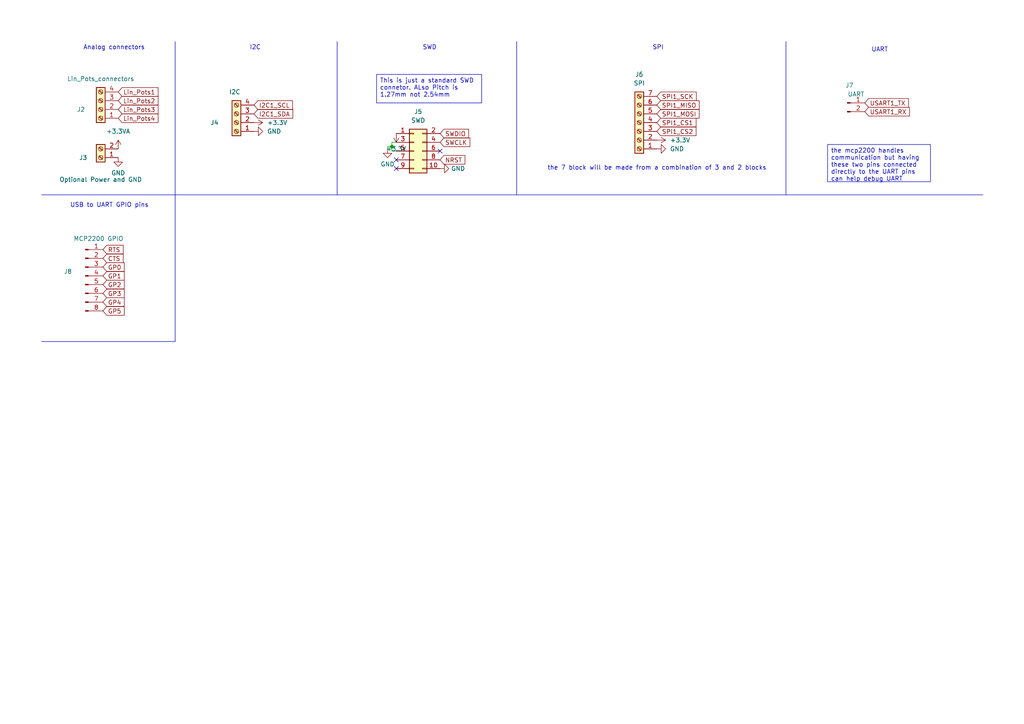
<source format=kicad_sch>
(kicad_sch (version 20230121) (generator eeschema)
  (paper "A4")
  (title_block (date "2023-10-29"))
  (lib_symbols
    (symbol "Connector:Conn_01x02_Pin" (pin_names (offset 1.016) hide)
      (property "Reference" "J" (at 0 2.54 0))
      (property "Value" "Conn_01x02_Pin" (at 0 -5.08 0))
      (symbol "Conn_01x02_Pin_1_1"
        (polyline (pts (xy 1.27 -2.54) (xy 0.8636 -2.54)) (stroke (width 0.1524)))
        (polyline (pts (xy 1.27 0) (xy 0.8636 0)) (stroke (width 0.1524)))
        (rectangle (start 0.8636 -2.413) (end 0 -2.667) (stroke (width 0.1524)) (fill (type outline)))
        (rectangle (start 0.8636 0.127) (end 0 -0.127) (stroke (width 0.1524)) (fill (type outline)))
        (pin passive line (at 5.08 0 180) (length 3.81) (name "Pin_1") (number "1"))
        (pin passive line (at 5.08 -2.54 180) (length 3.81) (name "Pin_2") (number "2"))
      )
    )
    (symbol "Connector:Conn_01x08_Pin" (pin_names (offset 1.016) hide)
      (property "Reference" "J" (at 0 10.16 0))
      (property "Value" "Conn_01x08_Pin" (at 0 -12.7 0))
      (symbol "Conn_01x08_Pin_1_1"
        (polyline (pts (xy 1.27 -10.16) (xy 0.8636 -10.16)) (stroke (width 0.1524)))
        (polyline (pts (xy 1.27 -7.62) (xy 0.8636 -7.62)) (stroke (width 0.1524)))
        (polyline (pts (xy 1.27 -5.08) (xy 0.8636 -5.08)) (stroke (width 0.1524)))
        (polyline (pts (xy 1.27 -2.54) (xy 0.8636 -2.54)) (stroke (width 0.1524)))
        (polyline (pts (xy 1.27 0) (xy 0.8636 0)) (stroke (width 0.1524)))
        (polyline (pts (xy 1.27 2.54) (xy 0.8636 2.54)) (stroke (width 0.1524)))
        (polyline (pts (xy 1.27 5.08) (xy 0.8636 5.08)) (stroke (width 0.1524)))
        (polyline (pts (xy 1.27 7.62) (xy 0.8636 7.62)) (stroke (width 0.1524)))
        (rectangle (start 0.8636 -10.033) (end 0 -10.287) (stroke (width 0.1524)) (fill (type outline)))
        (rectangle (start 0.8636 -7.493) (end 0 -7.747) (stroke (width 0.1524)) (fill (type outline)))
        (rectangle (start 0.8636 -4.953) (end 0 -5.207) (stroke (width 0.1524)) (fill (type outline)))
        (rectangle (start 0.8636 -2.413) (end 0 -2.667) (stroke (width 0.1524)) (fill (type outline)))
        (rectangle (start 0.8636 0.127) (end 0 -0.127) (stroke (width 0.1524)) (fill (type outline)))
        (rectangle (start 0.8636 2.667) (end 0 2.413) (stroke (width 0.1524)) (fill (type outline)))
        (rectangle (start 0.8636 5.207) (end 0 4.953) (stroke (width 0.1524)) (fill (type outline)))
        (rectangle (start 0.8636 7.747) (end 0 7.493) (stroke (width 0.1524)) (fill (type outline)))
        (pin passive line (at 5.08 7.62 180) (length 3.81) (name "Pin_1") (number "1"))
        (pin passive line (at 5.08 5.08 180) (length 3.81) (name "Pin_2") (number "2"))
        (pin passive line (at 5.08 2.54 180) (length 3.81) (name "Pin_3") (number "3"))
        (pin passive line (at 5.08 0 180) (length 3.81) (name "Pin_4") (number "4"))
        (pin passive line (at 5.08 -2.54 180) (length 3.81) (name "Pin_5") (number "5"))
        (pin passive line (at 5.08 -5.08 180) (length 3.81) (name "Pin_6") (number "6"))
        (pin passive line (at 5.08 -7.62 180) (length 3.81) (name "Pin_7") (number "7"))
        (pin passive line (at 5.08 -10.16 180) (length 3.81) (name "Pin_8") (number "8"))
      )
    )
    (symbol "Connector:Screw_Terminal_01x02" (pin_names (offset 1.016) hide)
      (property "Reference" "J" (at 0 2.54 0))
      (property "Value" "Screw_Terminal_01x02" (at 0 -5.08 0))
      (symbol "Screw_Terminal_01x02_1_1"
        (rectangle (start -1.27 1.27) (end 1.27 -3.81) (stroke (width 0.254)) (fill (type background)))
        (circle (center 0 -2.54) (radius 0.635) (stroke (width 0.1524)))
        (polyline (pts (xy -0.5334 -2.2098) (xy 0.3302 -3.048)) (stroke (width 0.1524)))
        (polyline (pts (xy -0.5334 0.3302) (xy 0.3302 -0.508)) (stroke (width 0.1524)))
        (polyline (pts (xy -0.3556 -2.032) (xy 0.508 -2.8702)) (stroke (width 0.1524)))
        (polyline (pts (xy -0.3556 0.508) (xy 0.508 -0.3302)) (stroke (width 0.1524)))
        (circle (center 0 0) (radius 0.635) (stroke (width 0.1524)))
        (pin passive line (at -5.08 0 0) (length 3.81) (name "Pin_1") (number "1"))
        (pin passive line (at -5.08 -2.54 0) (length 3.81) (name "Pin_2") (number "2"))
      )
    )
    (symbol "Connector:Screw_Terminal_01x04" (pin_names (offset 1.016) hide)
      (property "Reference" "J" (at 0 5.08 0))
      (property "Value" "Screw_Terminal_01x04" (at 0 -7.62 0))
      (symbol "Screw_Terminal_01x04_1_1"
        (rectangle (start -1.27 3.81) (end 1.27 -6.35) (stroke (width 0.254)) (fill (type background)))
        (circle (center 0 -5.08) (radius 0.635) (stroke (width 0.1524)))
        (circle (center 0 -2.54) (radius 0.635) (stroke (width 0.1524)))
        (polyline (pts (xy -0.5334 -4.7498) (xy 0.3302 -5.588)) (stroke (width 0.1524)))
        (polyline (pts (xy -0.5334 -2.2098) (xy 0.3302 -3.048)) (stroke (width 0.1524)))
        (polyline (pts (xy -0.5334 0.3302) (xy 0.3302 -0.508)) (stroke (width 0.1524)))
        (polyline (pts (xy -0.5334 2.8702) (xy 0.3302 2.032)) (stroke (width 0.1524)))
        (polyline (pts (xy -0.3556 -4.572) (xy 0.508 -5.4102)) (stroke (width 0.1524)))
        (polyline (pts (xy -0.3556 -2.032) (xy 0.508 -2.8702)) (stroke (width 0.1524)))
        (polyline (pts (xy -0.3556 0.508) (xy 0.508 -0.3302)) (stroke (width 0.1524)))
        (polyline (pts (xy -0.3556 3.048) (xy 0.508 2.2098)) (stroke (width 0.1524)))
        (circle (center 0 0) (radius 0.635) (stroke (width 0.1524)))
        (circle (center 0 2.54) (radius 0.635) (stroke (width 0.1524)))
        (pin passive line (at -5.08 2.54 0) (length 3.81) (name "Pin_1") (number "1"))
        (pin passive line (at -5.08 0 0) (length 3.81) (name "Pin_2") (number "2"))
        (pin passive line (at -5.08 -2.54 0) (length 3.81) (name "Pin_3") (number "3"))
        (pin passive line (at -5.08 -5.08 0) (length 3.81) (name "Pin_4") (number "4"))
      )
    )
    (symbol "Connector:Screw_Terminal_01x07" (pin_names (offset 1.016) hide)
      (property "Reference" "J" (at 0 10.16 0))
      (property "Value" "Screw_Terminal_01x07" (at 0 -10.16 0))
      (symbol "Screw_Terminal_01x07_1_1"
        (rectangle (start -1.27 8.89) (end 1.27 -8.89) (stroke (width 0.254)) (fill (type background)))
        (circle (center 0 -7.62) (radius 0.635) (stroke (width 0.1524)))
        (circle (center 0 -5.08) (radius 0.635) (stroke (width 0.1524)))
        (circle (center 0 -2.54) (radius 0.635) (stroke (width 0.1524)))
        (polyline (pts (xy -0.5334 -7.2898) (xy 0.3302 -8.128)) (stroke (width 0.1524)))
        (polyline (pts (xy -0.5334 -4.7498) (xy 0.3302 -5.588)) (stroke (width 0.1524)))
        (polyline (pts (xy -0.5334 -2.2098) (xy 0.3302 -3.048)) (stroke (width 0.1524)))
        (polyline (pts (xy -0.5334 0.3302) (xy 0.3302 -0.508)) (stroke (width 0.1524)))
        (polyline (pts (xy -0.5334 2.8702) (xy 0.3302 2.032)) (stroke (width 0.1524)))
        (polyline (pts (xy -0.5334 5.4102) (xy 0.3302 4.572)) (stroke (width 0.1524)))
        (polyline (pts (xy -0.5334 7.9502) (xy 0.3302 7.112)) (stroke (width 0.1524)))
        (polyline (pts (xy -0.3556 -7.112) (xy 0.508 -7.9502)) (stroke (width 0.1524)))
        (polyline (pts (xy -0.3556 -4.572) (xy 0.508 -5.4102)) (stroke (width 0.1524)))
        (polyline (pts (xy -0.3556 -2.032) (xy 0.508 -2.8702)) (stroke (width 0.1524)))
        (polyline (pts (xy -0.3556 0.508) (xy 0.508 -0.3302)) (stroke (width 0.1524)))
        (polyline (pts (xy -0.3556 3.048) (xy 0.508 2.2098)) (stroke (width 0.1524)))
        (polyline (pts (xy -0.3556 5.588) (xy 0.508 4.7498)) (stroke (width 0.1524)))
        (polyline (pts (xy -0.3556 8.128) (xy 0.508 7.2898)) (stroke (width 0.1524)))
        (circle (center 0 0) (radius 0.635) (stroke (width 0.1524)))
        (circle (center 0 2.54) (radius 0.635) (stroke (width 0.1524)))
        (circle (center 0 5.08) (radius 0.635) (stroke (width 0.1524)))
        (circle (center 0 7.62) (radius 0.635) (stroke (width 0.1524)))
        (pin passive line (at -5.08 7.62 0) (length 3.81) (name "Pin_1") (number "1"))
        (pin passive line (at -5.08 5.08 0) (length 3.81) (name "Pin_2") (number "2"))
        (pin passive line (at -5.08 2.54 0) (length 3.81) (name "Pin_3") (number "3"))
        (pin passive line (at -5.08 0 0) (length 3.81) (name "Pin_4") (number "4"))
        (pin passive line (at -5.08 -2.54 0) (length 3.81) (name "Pin_5") (number "5"))
        (pin passive line (at -5.08 -5.08 0) (length 3.81) (name "Pin_6") (number "6"))
        (pin passive line (at -5.08 -7.62 0) (length 3.81) (name "Pin_7") (number "7"))
      )
    )
    (symbol "Connector_Generic:Conn_02x05_Odd_Even" (pin_names (offset 1.016) hide)
      (property "Reference" "J" (at 1.27 7.62 0))
      (property "Value" "Conn_02x05_Odd_Even" (at 1.27 -7.62 0))
      (symbol "Conn_02x05_Odd_Even_1_1"
        (rectangle (start -1.27 -4.953) (end 0 -5.207) (stroke (width 0.1524)))
        (rectangle (start -1.27 -2.413) (end 0 -2.667) (stroke (width 0.1524)))
        (rectangle (start -1.27 0.127) (end 0 -0.127) (stroke (width 0.1524)))
        (rectangle (start -1.27 2.667) (end 0 2.413) (stroke (width 0.1524)))
        (rectangle (start -1.27 5.207) (end 0 4.953) (stroke (width 0.1524)))
        (rectangle (start -1.27 6.35) (end 3.81 -6.35) (stroke (width 0.254)) (fill (type background)))
        (rectangle (start 3.81 -4.953) (end 2.54 -5.207) (stroke (width 0.1524)))
        (rectangle (start 3.81 -2.413) (end 2.54 -2.667) (stroke (width 0.1524)))
        (rectangle (start 3.81 0.127) (end 2.54 -0.127) (stroke (width 0.1524)))
        (rectangle (start 3.81 2.667) (end 2.54 2.413) (stroke (width 0.1524)))
        (rectangle (start 3.81 5.207) (end 2.54 4.953) (stroke (width 0.1524)))
        (pin passive line (at -5.08 5.08 0) (length 3.81) (name "Pin_1") (number "1"))
        (pin passive line (at 7.62 -5.08 180) (length 3.81) (name "Pin_10") (number "10"))
        (pin passive line (at 7.62 5.08 180) (length 3.81) (name "Pin_2") (number "2"))
        (pin passive line (at -5.08 2.54 0) (length 3.81) (name "Pin_3") (number "3"))
        (pin passive line (at 7.62 2.54 180) (length 3.81) (name "Pin_4") (number "4"))
        (pin passive line (at -5.08 0 0) (length 3.81) (name "Pin_5") (number "5"))
        (pin passive line (at 7.62 0 180) (length 3.81) (name "Pin_6") (number "6"))
        (pin passive line (at -5.08 -2.54 0) (length 3.81) (name "Pin_7") (number "7"))
        (pin passive line (at 7.62 -2.54 180) (length 3.81) (name "Pin_8") (number "8"))
        (pin passive line (at -5.08 -5.08 0) (length 3.81) (name "Pin_9") (number "9"))
      )
    )
    (symbol "power:+3.3V" (power) (pin_names (offset 0))
      (property "Value" "+3.3V" (at 0 3.556 0))
      (symbol "+3.3V_0_1"
        (polyline (pts (xy -0.762 1.27) (xy 0 2.54)))
        (polyline (pts (xy 0 0) (xy 0 2.54)))
        (polyline (pts (xy 0 2.54) (xy 0.762 1.27)))
      )
      (symbol "+3.3V_1_1"
        (pin power_in line (at 0 0 90) (length 0) hide (name "+3.3V") (number "1"))
      )
    )
    (symbol "power:+3.3VA" (power) (pin_names (offset 0))
      (property "Value" "+3.3VA" (at 0 3.556 0))
      (symbol "+3.3VA_0_1"
        (polyline (pts (xy -0.762 1.27) (xy 0 2.54)))
        (polyline (pts (xy 0 0) (xy 0 2.54)))
        (polyline (pts (xy 0 2.54) (xy 0.762 1.27)))
      )
      (symbol "+3.3VA_1_1"
        (pin power_in line (at 0 0 90) (length 0) hide (name "+3.3VA") (number "1"))
      )
    )
    (symbol "power:GND" (power) (pin_names (offset 0))
      (property "Value" "GND" (at 0 -3.81 0))
      (symbol "GND_0_1"
        (polyline (pts (xy 0 0) (xy 0 -1.27) (xy 1.27 -1.27) (xy 0 -2.54) (xy -1.27 -1.27) (xy 0 -1.27)))
      )
      (symbol "GND_1_1"
        (pin power_in line (at 0 0 270) (length 0) hide (name "GND") (number "1"))
      )
    )
  )
  (junction (at 113.665 42.545))
  (no_connect (at 127.635 43.815))
  (no_connect (at 114.935 46.355))
  (no_connect (at 114.935 48.895))
  (polyline (pts (xy 50.8 99.06) (xy 50.8 56.515)))
  (polyline (pts (xy 97.79 12.065) (xy 97.79 56.515)))
  (wire (pts (xy 113.665 42.545) (xy 112.395 42.545)))
  (wire (pts (xy 114.935 41.275) (xy 113.665 41.275)))
  (polyline (pts (xy 97.79 56.515) (xy 149.86 56.515)))
  (polyline (pts (xy 50.8 56.515) (xy 97.79 56.515)))
  (polyline (pts (xy 50.8 12.065) (xy 50.8 56.515)))
  (polyline (pts (xy 227.965 56.515) (xy 285.115 56.515)))
  (polyline (pts (xy 12.065 56.515) (xy 50.8 56.515)))
  (polyline (pts (xy 149.86 56.515) (xy 227.965 56.515)))
  (polyline (pts (xy 227.965 12.065) (xy 227.965 56.515)))
  (wire (pts (xy 112.395 42.545) (xy 112.395 43.18)))
  (wire (pts (xy 113.665 42.545) (xy 113.665 43.815)))
  (polyline (pts (xy 149.86 12.065) (xy 149.86 56.515)))
  (wire (pts (xy 113.665 43.815) (xy 114.935 43.815)))
  (polyline (pts (xy 12.065 99.06) (xy 50.8 99.06)))
  (wire (pts (xy 113.665 41.275) (xy 113.665 42.545)))
  (text_box "This is just a standard SWD connetor. ALso Pitch is 1.27mm not 2.54mm\n" (at 109.22 21.59 0) (size 30.48 8.255) (effects (font (size 1.27 1.27)) (justify left top)))
  (text_box "the mcp2200 handles communication but having these two pins connected directly to the UART pins can help debug UART \n" (at 240.03 41.91 0) (size 29.845 10.795) (effects (font (size 1.27 1.27)) (justify left top)))
  (text "Analog connectors" (at 24.13 14.605 0) (effects (font (size 1.27 1.27)) (justify left bottom)))
  (text "SPI\n" (at 189.23 14.605 0) (effects (font (size 1.27 1.27)) (justify left bottom)))
  (text "SWD" (at 122.555 14.605 0) (effects (font (size 1.27 1.27)) (justify left bottom)))
  (text "I2C" (at 72.39 14.605 0) (effects (font (size 1.27 1.27)) (justify left bottom)))
  (text "USB to UART GPIO pins\n" (at 20.32 60.325 0) (effects (font (size 1.27 1.27)) (justify left bottom)))
  (text "the 7 block will be made from a combination of 3 and 2 blocks\n" (at 158.75 49.53 0) (effects (font (size 1.27 1.27)) (justify left bottom)))
  (text "UART" (at 252.73 15.24 0) (effects (font (size 1.27 1.27)) (justify left bottom)))
  (global_label "SPI1_CS1" (shape input) (at 190.5 35.56 0) (property "Intersheetrefs" "${INTERSHEET_REFS}" (effects hide)))
  (global_label "GP2" (shape input) (at 29.845 82.55 0) (property "Intersheetrefs" "${INTERSHEET_REFS}" (effects hide)))
  (global_label "SWDIO" (shape input) (at 127.635 38.735 0) (property "Intersheetrefs" "${INTERSHEET_REFS}" (effects hide)))
  (global_label "SPI1_CS2" (shape input) (at 190.5 38.1 0) (property "Intersheetrefs" "${INTERSHEET_REFS}" (effects hide)))
  (global_label "I2C1_SCL" (shape input) (at 73.66 30.48 0) (property "Intersheetrefs" "${INTERSHEET_REFS}" (effects hide)))
  (global_label "GP0" (shape input) (at 29.845 77.47 0) (property "Intersheetrefs" "${INTERSHEET_REFS}" (effects hide)))
  (global_label "GP5" (shape input) (at 29.845 90.17 0) (property "Intersheetrefs" "${INTERSHEET_REFS}" (effects hide)))
  (global_label "SPI1_SCK" (shape input) (at 190.5 27.94 0) (property "Intersheetrefs" "${INTERSHEET_REFS}" (effects hide)))
  (global_label "Lin_Pots2" (shape input) (at 34.29 29.21 0) (property "Intersheetrefs" "${INTERSHEET_REFS}" (effects hide)))
  (global_label "USART1_TX" (shape input) (at 250.825 29.845 0) (property "Intersheetrefs" "${INTERSHEET_REFS}" (effects hide)))
  (global_label "Lin_Pots4" (shape input) (at 34.29 34.29 0) (property "Intersheetrefs" "${INTERSHEET_REFS}" (effects hide)))
  (global_label "SWCLK" (shape input) (at 127.635 41.275 0) (property "Intersheetrefs" "${INTERSHEET_REFS}" (effects hide)))
  (global_label "GP3" (shape input) (at 29.845 85.09 0) (property "Intersheetrefs" "${INTERSHEET_REFS}" (effects hide)))
  (global_label "SPI1_MOSI" (shape input) (at 190.5 33.02 0) (property "Intersheetrefs" "${INTERSHEET_REFS}" (effects hide)))
  (global_label "GP1" (shape input) (at 29.845 80.01 0) (property "Intersheetrefs" "${INTERSHEET_REFS}" (effects hide)))
  (global_label "CTS" (shape input) (at 29.845 74.93 0) (property "Intersheetrefs" "${INTERSHEET_REFS}" (effects hide)))
  (global_label "NRST" (shape input) (at 127.635 46.355 0) (property "Intersheetrefs" "${INTERSHEET_REFS}" (effects hide)))
  (global_label "Lin_Pots1" (shape input) (at 34.29 26.67 0) (property "Intersheetrefs" "${INTERSHEET_REFS}" (effects hide)))
  (global_label "Lin_Pots3" (shape input) (at 34.29 31.75 0) (property "Intersheetrefs" "${INTERSHEET_REFS}" (effects hide)))
  (global_label "GP4" (shape input) (at 29.845 87.63 0) (property "Intersheetrefs" "${INTERSHEET_REFS}" (effects hide)))
  (global_label "RTS" (shape input) (at 29.845 72.39 0) (property "Intersheetrefs" "${INTERSHEET_REFS}" (effects hide)))
  (global_label "USART1_RX" (shape input) (at 250.825 32.385 0) (property "Intersheetrefs" "${INTERSHEET_REFS}" (effects hide)))
  (global_label "I2C1_SDA" (shape input) (at 73.66 33.02 0) (property "Intersheetrefs" "${INTERSHEET_REFS}" (effects hide)))
  (global_label "SPI1_MISO" (shape input) (at 190.5 30.48 0) (property "Intersheetrefs" "${INTERSHEET_REFS}" (effects hide)))
  (symbol (lib_id "Connector:Conn_01x02_Pin") (at 245.745 29.845 0) (unit 1)
    (property "Reference" "J7" (at 246.38 24.765 0))
    (property "Value" "UART" (at 248.285 27.305 0))
    (property "Footprint" "Connector_PinHeader_2.54mm:PinHeader_1x02_P2.54mm_Vertical" (effects hide))
  )
  (symbol (lib_id "Connector_Generic:Conn_02x05_Odd_Even") (at 120.015 43.815 0) (unit 1)
    (property "Reference" "J5" (at 121.285 32.385 0))
    (property "Value" "SWD" (at 121.285 34.925 0))
    (property "Footprint" "Connector_PinHeader_1.27mm:PinHeader_2x05_P1.27mm_Vertical_SMD" (effects hide))
  )
  (symbol (lib_id "power:GND") (at 34.29 45.72 0) (unit 1)
    (property "Reference" "#PWR012" (effects hide))
    (property "Value" "GND" (at 34.29 50.165 0))
    (instances (project "STM32F030" (path "" (reference "#PWR012") (unit 1)) (path "" (reference "#PWR029") (unit 1))))
  )
  (symbol (lib_id "power:GND") (at 73.66 38.1 90) (unit 1)
    (property "Reference" "#PWR012" (effects hide))
    (property "Value" "GND" (at 77.47 38.1 90) (effects (justify right)))
    (instances (project "STM32F030" (path "" (reference "#PWR012") (unit 1)) (path "" (reference "#PWR031") (unit 1))))
  )
  (symbol (lib_id "power:GND") (at 190.5 43.18 90) (unit 1)
    (property "Reference" "#PWR012" (effects hide))
    (property "Value" "GND" (at 194.31 43.18 90) (effects (justify right)))
    (instances (project "STM32F030" (path "" (reference "#PWR012") (unit 1)) (path "" (reference "#PWR035") (unit 1))))
  )
  (symbol (lib_id "power:+3.3V") (at 190.5 40.64 270) (unit 1)
    (property "Reference" "#PWR013" (effects hide))
    (property "Value" "+3.3V" (at 194.31 40.64 90) (effects (justify left)))
    (instances (project "STM32F030" (path "" (reference "#PWR013") (unit 1)) (path "" (reference "#PWR036") (unit 1))))
  )
  (symbol (lib_id "power:+3.3V") (at 114.935 38.735 180) (unit 1)
    (property "Reference" "#PWR013" (effects hide))
    (property "Value" "+3.3V" (at 114.935 43.18 0))
    (instances (project "STM32F030" (path "" (reference "#PWR013") (unit 1)) (path "" (reference "#PWR034") (unit 1))))
  )
  (symbol (lib_id "power:+3.3V") (at 73.66 35.56 270) (unit 1)
    (property "Reference" "#PWR013" (effects hide))
    (property "Value" "+3.3V" (at 77.47 35.56 90) (effects (justify left)))
    (instances (project "STM32F030" (path "" (reference "#PWR013") (unit 1)) (path "" (reference "#PWR030") (unit 1))))
  )
  (symbol (lib_id "power:+3.3VA") (at 34.29 43.18 0) (unit 1)
    (property "Reference" "#PWR05" (effects hide))
    (property "Value" "+3.3VA" (at 34.29 38.1 0))
    (instances (project "STM32F030" (path "" (reference "#PWR05") (unit 1)) (path "" (reference "#PWR028") (unit 1))))
  )
  (symbol (lib_id "Connector:Screw_Terminal_01x07") (at 185.42 35.56 180) (unit 1)
    (property "Reference" "J6" (at 185.42 21.59 0))
    (property "Value" "SPI" (at 185.42 24.13 0))
    (property "Footprint" "TerminalBlock_Phoenix:TerminalBlock_Phoenix_PT-1,5-7-5.0-H_1x07_P5.00mm_Horizontal" (effects hide))
  )
  (symbol (lib_id "Connector:Screw_Terminal_01x04") (at 68.58 35.56 180) (unit 1)
    (property "Reference" "J4" (at 62.23 35.56 0))
    (property "Value" "I2C " (at 68.58 26.67 0))
    (property "Footprint" "TerminalBlock_Phoenix:TerminalBlock_Phoenix_MKDS-1,5-4_1x04_P5.00mm_Horizontal" (effects hide))
  )
  (symbol (lib_id "power:GND") (at 112.395 43.18 0) (unit 1)
    (property "Reference" "#PWR012" (effects hide))
    (property "Value" "GND" (at 112.395 47.625 0))
    (instances (project "STM32F030" (path "" (reference "#PWR012") (unit 1)) (path "" (reference "#PWR033") (unit 1))))
  )
  (symbol (lib_id "Connector:Conn_01x08_Pin") (at 24.765 80.01 0) (unit 1)
    (property "Reference" "J8" (at 19.685 78.74 0))
    (property "Value" "MCP2200 GPIO" (at 28.575 69.215 0))
  )
  (symbol (lib_id "Connector:Screw_Terminal_01x04") (at 29.21 31.75 180) (unit 1)
    (property "Reference" "J2" (at 23.495 31.75 0))
    (property "Value" "Lin_Pots_connectors" (at 29.21 22.86 0))
    (property "Footprint" "TerminalBlock_Phoenix:TerminalBlock_Phoenix_MKDS-1,5-4_1x04_P5.00mm_Horizontal" (effects hide))
  )
  (symbol (lib_id "Connector:Screw_Terminal_01x02") (at 29.21 45.72 180) (unit 1)
    (property "Reference" "J3" (at 24.13 45.72 0))
    (property "Value" "Optional Power and GND" (at 29.21 52.07 0))
    (property "Footprint" "TerminalBlock_Phoenix:TerminalBlock_Phoenix_MKDS-1,5-2_1x02_P5.00mm_Horizontal" (effects hide))
  )
  (symbol (lib_id "power:GND") (at 127.635 48.895 90) (unit 1)
    (property "Reference" "#PWR012" (effects hide))
    (property "Value" "GND" (at 130.81 48.895 90) (effects (justify right)))
    (instances (project "STM32F030" (path "" (reference "#PWR012") (unit 1)) (path "" (reference "#PWR032") (unit 1))))
  )
)
</source>
